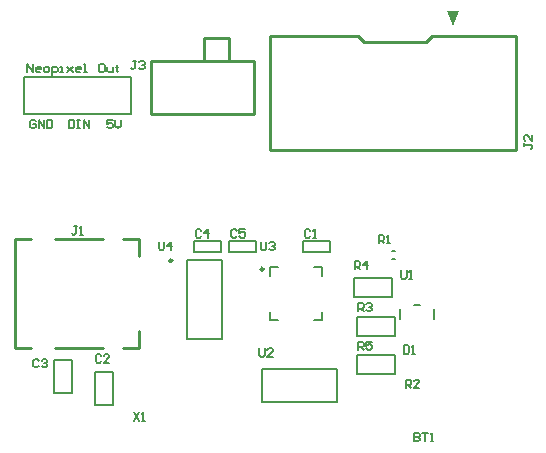
<source format=gto>
G04 Layer_Color=15132400*
%FSLAX24Y24*%
%MOIN*%
G70*
G01*
G75*
%ADD27C,0.0079*%
%ADD28C,0.0100*%
%ADD39C,0.0098*%
%ADD40C,0.0080*%
%ADD41C,0.0059*%
%ADD42C,0.0060*%
G36*
X18701Y18089D02*
X18501Y18589D01*
X18901D01*
X18701Y18089D01*
D02*
G37*
D27*
X6009Y5848D02*
Y6948D01*
X5409D02*
X6009D01*
X5409Y5848D02*
X6009D01*
X5409D02*
Y6948D01*
X7387Y5454D02*
Y6554D01*
X6787D02*
X7387D01*
X6787Y5454D02*
X7387D01*
X6787D02*
Y6554D01*
X9843Y7638D02*
X11024D01*
X9843Y10276D02*
X11024D01*
Y7638D02*
Y10276D01*
X9843Y7638D02*
Y10276D01*
X14085Y10030D02*
X14360D01*
Y9754D02*
Y10030D01*
X14085Y8278D02*
X14360D01*
Y8553D01*
X12608Y8278D02*
X12884D01*
X12608D02*
Y8553D01*
Y10030D02*
X12884D01*
X12608Y9754D02*
Y10030D01*
X12333Y5552D02*
Y6652D01*
X14833Y5552D02*
Y6652D01*
X12333D02*
X14833D01*
X12333Y5552D02*
X14833D01*
X16673Y9035D02*
Y9665D01*
X15413D02*
X16673D01*
X15413Y9035D02*
Y9665D01*
Y9035D02*
X16673D01*
X16693Y10305D02*
X16772D01*
X16693Y10561D02*
X16772D01*
X15512Y7756D02*
Y8386D01*
Y7756D02*
X16772D01*
Y8386D01*
X15512D02*
X16772D01*
X15512Y6476D02*
Y7106D01*
Y6476D02*
X16772D01*
Y7106D01*
X15512D02*
X16772D01*
D28*
X15751Y17539D02*
X17801D01*
X20801Y13939D02*
Y17739D01*
X12601Y13939D02*
X20801D01*
X12601D02*
Y17739D01*
X15551D02*
X15751Y17539D01*
X12601Y17739D02*
X15551D01*
X17801Y17539D02*
X18001Y17739D01*
X20801D01*
X4098Y7343D02*
Y10965D01*
X5433Y7343D02*
X7047D01*
X5433Y10965D02*
X7047D01*
X8232Y10395D02*
Y10965D01*
Y7343D02*
Y7912D01*
X4098Y10965D02*
X4646D01*
X7717D02*
X8232D01*
X4098Y7343D02*
X4646D01*
X7717D02*
X8232D01*
X8636Y16923D02*
X12096D01*
X10406Y16933D02*
Y17673D01*
X11246D01*
X11256Y16943D02*
Y17663D01*
X8636Y15133D02*
Y16923D01*
X12096Y15133D02*
Y16923D01*
X8636Y15133D02*
X12096D01*
D39*
X9360Y10256D02*
G03*
X9360Y10256I-49J0D01*
G01*
X12402Y9970D02*
G03*
X12402Y9970I-49J0D01*
G01*
D40*
X18080Y8295D02*
Y8634D01*
X16960Y8295D02*
Y8634D01*
X17414Y8784D02*
X17625D01*
D41*
X4419Y15128D02*
X7982D01*
X4419D02*
Y16368D01*
X7982D01*
X13723Y10538D02*
Y10918D01*
X14623D01*
X13723Y10538D02*
X14623D01*
Y10918D01*
X11263Y10538D02*
Y10918D01*
X12163D01*
X11263Y10538D02*
X12163D01*
Y10918D01*
X10081Y10538D02*
Y10918D01*
X10982D01*
X10081Y10538D02*
X10982D01*
Y10918D01*
X4908Y6923D02*
X4862Y6968D01*
X4770D01*
X4724Y6923D01*
Y6739D01*
X4770Y6693D01*
X4862D01*
X4908Y6739D01*
X5000Y6923D02*
X5046Y6968D01*
X5138D01*
X5184Y6923D01*
Y6877D01*
X5138Y6831D01*
X5092D01*
X5138D01*
X5184Y6785D01*
Y6739D01*
X5138Y6693D01*
X5046D01*
X5000Y6739D01*
X17421Y4508D02*
Y4232D01*
X17559D01*
X17605Y4278D01*
Y4324D01*
X17559Y4370D01*
X17421D01*
X17559D01*
X17605Y4416D01*
Y4462D01*
X17559Y4508D01*
X17421D01*
X17697D02*
X17880D01*
X17789D01*
Y4232D01*
X17972D02*
X18064D01*
X18018D01*
Y4508D01*
X17972Y4462D01*
X13963Y11253D02*
X13917Y11299D01*
X13825D01*
X13780Y11253D01*
Y11070D01*
X13825Y11024D01*
X13917D01*
X13963Y11070D01*
X14055Y11024D02*
X14147D01*
X14101D01*
Y11299D01*
X14055Y11253D01*
X6987Y7081D02*
X6941Y7127D01*
X6849D01*
X6803Y7081D01*
Y6897D01*
X6849Y6851D01*
X6941D01*
X6987Y6897D01*
X7262Y6851D02*
X7079D01*
X7262Y7035D01*
Y7081D01*
X7216Y7127D01*
X7125D01*
X7079Y7081D01*
X10321Y11253D02*
X10276Y11299D01*
X10184D01*
X10138Y11253D01*
Y11070D01*
X10184Y11024D01*
X10276D01*
X10321Y11070D01*
X10551Y11024D02*
Y11299D01*
X10413Y11161D01*
X10597D01*
X11503Y11253D02*
X11457Y11299D01*
X11365D01*
X11319Y11253D01*
Y11070D01*
X11365Y11024D01*
X11457D01*
X11503Y11070D01*
X11778Y11299D02*
X11595D01*
Y11161D01*
X11686Y11207D01*
X11732D01*
X11778Y11161D01*
Y11070D01*
X11732Y11024D01*
X11640D01*
X11595Y11070D01*
X17074Y7429D02*
Y7153D01*
X17212D01*
X17258Y7199D01*
Y7383D01*
X17212Y7429D01*
X17074D01*
X17350Y7153D02*
X17442D01*
X17396D01*
Y7429D01*
X17350Y7383D01*
X6188Y11398D02*
X6096D01*
X6142D01*
Y11168D01*
X6096Y11122D01*
X6050D01*
X6004Y11168D01*
X6279Y11122D02*
X6371D01*
X6325D01*
Y11398D01*
X6279Y11352D01*
X21083Y14160D02*
Y14068D01*
Y14114D01*
X21312D01*
X21358Y14068D01*
Y14022D01*
X21312Y13976D01*
X21358Y14436D02*
Y14252D01*
X21175Y14436D01*
X21129D01*
X21083Y14390D01*
Y14298D01*
X21129Y14252D01*
X8156Y16909D02*
X8064D01*
X8110D01*
Y16680D01*
X8064Y16634D01*
X8018D01*
X7972Y16680D01*
X8248Y16863D02*
X8294Y16909D01*
X8386D01*
X8432Y16863D01*
Y16818D01*
X8386Y16772D01*
X8340D01*
X8386D01*
X8432Y16726D01*
Y16680D01*
X8386Y16634D01*
X8294D01*
X8248Y16680D01*
X4528Y16535D02*
Y16811D01*
X4711Y16535D01*
Y16811D01*
X4941Y16535D02*
X4849D01*
X4803Y16581D01*
Y16673D01*
X4849Y16719D01*
X4941D01*
X4987Y16673D01*
Y16627D01*
X4803D01*
X5124Y16535D02*
X5216D01*
X5262Y16581D01*
Y16673D01*
X5216Y16719D01*
X5124D01*
X5079Y16673D01*
Y16581D01*
X5124Y16535D01*
X5354Y16444D02*
Y16719D01*
X5492D01*
X5538Y16673D01*
Y16581D01*
X5492Y16535D01*
X5354D01*
X5630D02*
X5721D01*
X5675D01*
Y16719D01*
X5630D01*
X5859D02*
X6043Y16535D01*
X5951Y16627D01*
X6043Y16719D01*
X5859Y16535D01*
X6272D02*
X6181D01*
X6135Y16581D01*
Y16673D01*
X6181Y16719D01*
X6272D01*
X6318Y16673D01*
Y16627D01*
X6135D01*
X6410Y16535D02*
X6502D01*
X6456D01*
Y16811D01*
X6410D01*
X7053D02*
X6961D01*
X6915Y16765D01*
Y16581D01*
X6961Y16535D01*
X7053D01*
X7099Y16581D01*
Y16765D01*
X7053Y16811D01*
X7191Y16719D02*
Y16581D01*
X7237Y16535D01*
X7374D01*
Y16719D01*
X7512Y16765D02*
Y16719D01*
X7466D01*
X7558D01*
X7512D01*
Y16581D01*
X7558Y16535D01*
X16240Y10827D02*
Y11102D01*
X16378D01*
X16424Y11056D01*
Y10965D01*
X16378Y10919D01*
X16240D01*
X16332D02*
X16424Y10827D01*
X16516D02*
X16607D01*
X16562D01*
Y11102D01*
X16516Y11056D01*
X17136Y6012D02*
Y6288D01*
X17274D01*
X17320Y6242D01*
Y6150D01*
X17274Y6104D01*
X17136D01*
X17228D02*
X17320Y6012D01*
X17595D02*
X17412D01*
X17595Y6196D01*
Y6242D01*
X17549Y6288D01*
X17457D01*
X17412Y6242D01*
X15551Y8563D02*
Y8838D01*
X15689D01*
X15735Y8793D01*
Y8701D01*
X15689Y8655D01*
X15551D01*
X15643D02*
X15735Y8563D01*
X15827Y8793D02*
X15873Y8838D01*
X15964D01*
X16010Y8793D01*
Y8747D01*
X15964Y8701D01*
X15919D01*
X15964D01*
X16010Y8655D01*
Y8609D01*
X15964Y8563D01*
X15873D01*
X15827Y8609D01*
X15436Y9960D02*
Y10236D01*
X15574D01*
X15619Y10190D01*
Y10098D01*
X15574Y10052D01*
X15436D01*
X15528D02*
X15619Y9960D01*
X15849D02*
Y10236D01*
X15711Y10098D01*
X15895D01*
X15551Y7283D02*
Y7559D01*
X15689D01*
X15735Y7513D01*
Y7421D01*
X15689Y7375D01*
X15551D01*
X15643D02*
X15735Y7283D01*
X16010Y7559D02*
X15827D01*
Y7421D01*
X15919Y7467D01*
X15964D01*
X16010Y7421D01*
Y7329D01*
X15964Y7283D01*
X15873D01*
X15827Y7329D01*
X16984Y9926D02*
Y9696D01*
X17030Y9650D01*
X17121D01*
X17167Y9696D01*
Y9926D01*
X17259Y9650D02*
X17351D01*
X17305D01*
Y9926D01*
X17259Y9880D01*
X12254Y7326D02*
Y7096D01*
X12300Y7050D01*
X12391D01*
X12437Y7096D01*
Y7326D01*
X12713Y7050D02*
X12529D01*
X12713Y7234D01*
Y7280D01*
X12667Y7326D01*
X12575D01*
X12529Y7280D01*
X12314Y10876D02*
Y10646D01*
X12360Y10600D01*
X12451D01*
X12497Y10646D01*
Y10876D01*
X12589Y10830D02*
X12635Y10876D01*
X12727D01*
X12773Y10830D01*
Y10784D01*
X12727Y10738D01*
X12681D01*
X12727D01*
X12773Y10692D01*
Y10646D01*
X12727Y10600D01*
X12635D01*
X12589Y10646D01*
X8904Y10892D02*
Y10663D01*
X8950Y10617D01*
X9041D01*
X9087Y10663D01*
Y10892D01*
X9317Y10617D02*
Y10892D01*
X9179Y10754D01*
X9363D01*
X8071Y5197D02*
X8255Y4921D01*
Y5197D02*
X8071Y4921D01*
X8346D02*
X8438D01*
X8392D01*
Y5197D01*
X8346Y5151D01*
X7369Y14941D02*
X7185D01*
Y14803D01*
X7277Y14849D01*
X7323D01*
X7369Y14803D01*
Y14711D01*
X7323Y14665D01*
X7231D01*
X7185Y14711D01*
X7461Y14941D02*
Y14757D01*
X7552Y14665D01*
X7644Y14757D01*
Y14941D01*
X5906D02*
Y14665D01*
X6043D01*
X6089Y14711D01*
Y14895D01*
X6043Y14941D01*
X5906D01*
X6181D02*
X6273D01*
X6227D01*
Y14665D01*
X6181D01*
X6273D01*
X6411D02*
Y14941D01*
X6594Y14665D01*
Y14941D01*
X4810Y14895D02*
X4764Y14941D01*
X4672D01*
X4626Y14895D01*
Y14711D01*
X4672Y14665D01*
X4764D01*
X4810Y14711D01*
Y14803D01*
X4718D01*
X4901Y14665D02*
Y14941D01*
X5085Y14665D01*
Y14941D01*
X5177D02*
Y14665D01*
X5315D01*
X5361Y14711D01*
Y14895D01*
X5315Y14941D01*
X5177D01*
D42*
X7982Y15128D02*
Y16368D01*
M02*

</source>
